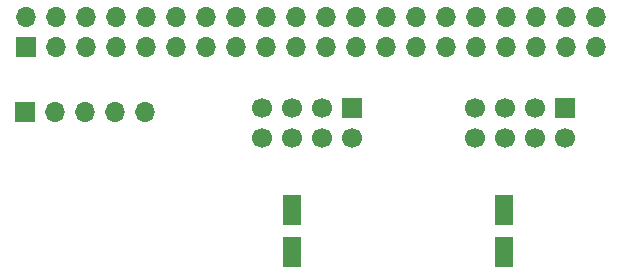
<source format=gbr>
%TF.GenerationSoftware,KiCad,Pcbnew,8.0.2-1*%
%TF.CreationDate,2024-05-21T18:09:58-07:00*%
%TF.ProjectId,pcb,7063622e-6b69-4636-9164-5f7063625858,rev?*%
%TF.SameCoordinates,Original*%
%TF.FileFunction,Soldermask,Top*%
%TF.FilePolarity,Negative*%
%FSLAX46Y46*%
G04 Gerber Fmt 4.6, Leading zero omitted, Abs format (unit mm)*
G04 Created by KiCad (PCBNEW 8.0.2-1) date 2024-05-21 18:09:58*
%MOMM*%
%LPD*%
G01*
G04 APERTURE LIST*
G04 Aperture macros list*
%AMRoundRect*
0 Rectangle with rounded corners*
0 $1 Rounding radius*
0 $2 $3 $4 $5 $6 $7 $8 $9 X,Y pos of 4 corners*
0 Add a 4 corners polygon primitive as box body*
4,1,4,$2,$3,$4,$5,$6,$7,$8,$9,$2,$3,0*
0 Add four circle primitives for the rounded corners*
1,1,$1+$1,$2,$3*
1,1,$1+$1,$4,$5*
1,1,$1+$1,$6,$7*
1,1,$1+$1,$8,$9*
0 Add four rect primitives between the rounded corners*
20,1,$1+$1,$2,$3,$4,$5,0*
20,1,$1+$1,$4,$5,$6,$7,0*
20,1,$1+$1,$6,$7,$8,$9,0*
20,1,$1+$1,$8,$9,$2,$3,0*%
G04 Aperture macros list end*
%ADD10R,1.700000X1.700000*%
%ADD11C,1.700000*%
%ADD12O,1.700000X1.700000*%
%ADD13RoundRect,0.250000X0.550000X-1.050000X0.550000X1.050000X-0.550000X1.050000X-0.550000X-1.050000X0*%
G04 APERTURE END LIST*
D10*
%TO.C,U2*%
X139625000Y-68210500D03*
D11*
X139625000Y-70750500D03*
X137085000Y-68210500D03*
X137085000Y-70750500D03*
X134545000Y-68210500D03*
X134545000Y-70750500D03*
X132005000Y-68210500D03*
X132005000Y-70750500D03*
%TD*%
D10*
%TO.C,J2*%
X93920000Y-68500000D03*
D12*
X96460000Y-68500000D03*
X99000000Y-68500000D03*
X101540000Y-68500000D03*
X104080000Y-68500000D03*
%TD*%
D10*
%TO.C,U1*%
X121625000Y-68210500D03*
D11*
X121625000Y-70750500D03*
X119085000Y-68210500D03*
X119085000Y-70750500D03*
X116545000Y-68210500D03*
X116545000Y-70750500D03*
X114005000Y-68210500D03*
X114005000Y-70750500D03*
%TD*%
D13*
%TO.C,C2*%
X134500000Y-80400000D03*
X134500000Y-76800000D03*
%TD*%
%TO.C,C1*%
X116500000Y-80400000D03*
X116500000Y-76800000D03*
%TD*%
D10*
%TO.C,J1*%
X94020000Y-63000000D03*
D12*
X94020000Y-60460000D03*
X96560000Y-63000000D03*
X96560000Y-60460000D03*
X99100000Y-63000000D03*
X99100000Y-60460000D03*
X101640000Y-63000000D03*
X101640000Y-60460000D03*
X104180000Y-63000000D03*
X104180000Y-60460000D03*
X106720000Y-63000000D03*
X106720000Y-60460000D03*
X109260000Y-63000000D03*
X109260000Y-60460000D03*
X111800000Y-63000000D03*
X111800000Y-60460000D03*
X114340000Y-63000000D03*
X114340000Y-60460000D03*
X116880000Y-63000000D03*
X116880000Y-60460000D03*
X119420000Y-63000000D03*
X119420000Y-60460000D03*
X121960000Y-63000000D03*
X121960000Y-60460000D03*
X124500000Y-63000000D03*
X124500000Y-60460000D03*
X127040000Y-63000000D03*
X127040000Y-60460000D03*
X129580000Y-63000000D03*
X129580000Y-60460000D03*
X132120000Y-63000000D03*
X132120000Y-60460000D03*
X134660000Y-63000000D03*
X134660000Y-60460000D03*
X137200000Y-63000000D03*
X137200000Y-60460000D03*
X139740000Y-63000000D03*
X139740000Y-60460000D03*
X142280000Y-63000000D03*
X142280000Y-60460000D03*
%TD*%
M02*

</source>
